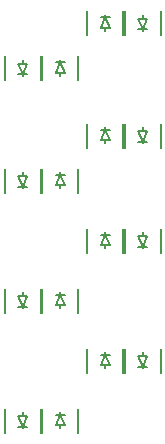
<source format=gbo>
G04 #@! TF.GenerationSoftware,KiCad,Pcbnew,(5.1.5)-3*
G04 #@! TF.CreationDate,2021-08-30T19:38:34+02:00*
G04 #@! TF.ProjectId,gbm8,67626d38-2e6b-4696-9361-645f70636258,0424 - A*
G04 #@! TF.SameCoordinates,Original*
G04 #@! TF.FileFunction,Legend,Bot*
G04 #@! TF.FilePolarity,Positive*
%FSLAX46Y46*%
G04 Gerber Fmt 4.6, Leading zero omitted, Abs format (unit mm)*
G04 Created by KiCad (PCBNEW (5.1.5)-3) date 2021-08-30 19:38:34*
%MOMM*%
%LPD*%
G04 APERTURE LIST*
%ADD10C,0.127000*%
%ADD11C,6.908800*%
%ADD12R,2.159000X2.159000*%
%ADD13C,2.159000*%
%ADD14R,2.506980X2.506980*%
%ADD15C,2.707640*%
%ADD16C,4.008120*%
%ADD17C,4.358640*%
%ADD18R,2.032000X2.032000*%
%ADD19C,2.032000*%
%ADD20C,3.048000*%
G04 APERTURE END LIST*
D10*
X144526000Y-101473000D02*
X143764000Y-101473000D01*
X144145000Y-101854000D02*
X144145000Y-101473000D01*
X144526000Y-100584000D02*
X143764000Y-100584000D01*
X144145000Y-100584000D02*
X144145000Y-100203000D01*
X144145000Y-101473000D02*
X144526000Y-100584000D01*
X143764000Y-100584000D02*
X144145000Y-101473000D01*
X142621000Y-101981000D02*
X142621000Y-99949000D01*
X145669000Y-101981000D02*
X145669000Y-99949000D01*
X145796000Y-99949000D02*
X145796000Y-101981000D01*
X148844000Y-99949000D02*
X148844000Y-101981000D01*
X147701000Y-101346000D02*
X147320000Y-100457000D01*
X147320000Y-100457000D02*
X146939000Y-101346000D01*
X147320000Y-101346000D02*
X147320000Y-101727000D01*
X146939000Y-101346000D02*
X147701000Y-101346000D01*
X147320000Y-100076000D02*
X147320000Y-100457000D01*
X146939000Y-100457000D02*
X147701000Y-100457000D01*
X149606000Y-94869000D02*
X149606000Y-96901000D01*
X152654000Y-94869000D02*
X152654000Y-96901000D01*
X151511000Y-96266000D02*
X151130000Y-95377000D01*
X151130000Y-95377000D02*
X150749000Y-96266000D01*
X151130000Y-96266000D02*
X151130000Y-96647000D01*
X150749000Y-96266000D02*
X151511000Y-96266000D01*
X151130000Y-94996000D02*
X151130000Y-95377000D01*
X150749000Y-95377000D02*
X151511000Y-95377000D01*
X154686000Y-96393000D02*
X153924000Y-96393000D01*
X154305000Y-96774000D02*
X154305000Y-96393000D01*
X154686000Y-95504000D02*
X153924000Y-95504000D01*
X154305000Y-95504000D02*
X154305000Y-95123000D01*
X154305000Y-96393000D02*
X154686000Y-95504000D01*
X153924000Y-95504000D02*
X154305000Y-96393000D01*
X152781000Y-96901000D02*
X152781000Y-94869000D01*
X155829000Y-96901000D02*
X155829000Y-94869000D01*
X144526000Y-91313000D02*
X143764000Y-91313000D01*
X144145000Y-91694000D02*
X144145000Y-91313000D01*
X144526000Y-90424000D02*
X143764000Y-90424000D01*
X144145000Y-90424000D02*
X144145000Y-90043000D01*
X144145000Y-91313000D02*
X144526000Y-90424000D01*
X143764000Y-90424000D02*
X144145000Y-91313000D01*
X142621000Y-91821000D02*
X142621000Y-89789000D01*
X145669000Y-91821000D02*
X145669000Y-89789000D01*
X145796000Y-89789000D02*
X145796000Y-91821000D01*
X148844000Y-89789000D02*
X148844000Y-91821000D01*
X147701000Y-91186000D02*
X147320000Y-90297000D01*
X147320000Y-90297000D02*
X146939000Y-91186000D01*
X147320000Y-91186000D02*
X147320000Y-91567000D01*
X146939000Y-91186000D02*
X147701000Y-91186000D01*
X147320000Y-89916000D02*
X147320000Y-90297000D01*
X146939000Y-90297000D02*
X147701000Y-90297000D01*
X150749000Y-85217000D02*
X151511000Y-85217000D01*
X151130000Y-84836000D02*
X151130000Y-85217000D01*
X150749000Y-86106000D02*
X151511000Y-86106000D01*
X151130000Y-86106000D02*
X151130000Y-86487000D01*
X151130000Y-85217000D02*
X150749000Y-86106000D01*
X151511000Y-86106000D02*
X151130000Y-85217000D01*
X152654000Y-84709000D02*
X152654000Y-86741000D01*
X149606000Y-84709000D02*
X149606000Y-86741000D01*
X154686000Y-86233000D02*
X153924000Y-86233000D01*
X154305000Y-86614000D02*
X154305000Y-86233000D01*
X154686000Y-85344000D02*
X153924000Y-85344000D01*
X154305000Y-85344000D02*
X154305000Y-84963000D01*
X154305000Y-86233000D02*
X154686000Y-85344000D01*
X153924000Y-85344000D02*
X154305000Y-86233000D01*
X152781000Y-86741000D02*
X152781000Y-84709000D01*
X155829000Y-86741000D02*
X155829000Y-84709000D01*
X144526000Y-81153000D02*
X143764000Y-81153000D01*
X144145000Y-81534000D02*
X144145000Y-81153000D01*
X144526000Y-80264000D02*
X143764000Y-80264000D01*
X144145000Y-80264000D02*
X144145000Y-79883000D01*
X144145000Y-81153000D02*
X144526000Y-80264000D01*
X143764000Y-80264000D02*
X144145000Y-81153000D01*
X142621000Y-81661000D02*
X142621000Y-79629000D01*
X145669000Y-81661000D02*
X145669000Y-79629000D01*
X145796000Y-79629000D02*
X145796000Y-81661000D01*
X148844000Y-79629000D02*
X148844000Y-81661000D01*
X147701000Y-81026000D02*
X147320000Y-80137000D01*
X147320000Y-80137000D02*
X146939000Y-81026000D01*
X147320000Y-81026000D02*
X147320000Y-81407000D01*
X146939000Y-81026000D02*
X147701000Y-81026000D01*
X147320000Y-79756000D02*
X147320000Y-80137000D01*
X146939000Y-80137000D02*
X147701000Y-80137000D01*
X149606000Y-75819000D02*
X149606000Y-77851000D01*
X152654000Y-75819000D02*
X152654000Y-77851000D01*
X151511000Y-77216000D02*
X151130000Y-76327000D01*
X151130000Y-76327000D02*
X150749000Y-77216000D01*
X151130000Y-77216000D02*
X151130000Y-77597000D01*
X150749000Y-77216000D02*
X151511000Y-77216000D01*
X151130000Y-75946000D02*
X151130000Y-76327000D01*
X150749000Y-76327000D02*
X151511000Y-76327000D01*
X154686000Y-77343000D02*
X153924000Y-77343000D01*
X154305000Y-77724000D02*
X154305000Y-77343000D01*
X154686000Y-76454000D02*
X153924000Y-76454000D01*
X154305000Y-76454000D02*
X154305000Y-76073000D01*
X154305000Y-77343000D02*
X154686000Y-76454000D01*
X153924000Y-76454000D02*
X154305000Y-77343000D01*
X152781000Y-77851000D02*
X152781000Y-75819000D01*
X155829000Y-77851000D02*
X155829000Y-75819000D01*
X144526000Y-71628000D02*
X143764000Y-71628000D01*
X144145000Y-72009000D02*
X144145000Y-71628000D01*
X144526000Y-70739000D02*
X143764000Y-70739000D01*
X144145000Y-70739000D02*
X144145000Y-70358000D01*
X144145000Y-71628000D02*
X144526000Y-70739000D01*
X143764000Y-70739000D02*
X144145000Y-71628000D01*
X142621000Y-72136000D02*
X142621000Y-70104000D01*
X145669000Y-72136000D02*
X145669000Y-70104000D01*
X145796000Y-70104000D02*
X145796000Y-72136000D01*
X148844000Y-70104000D02*
X148844000Y-72136000D01*
X147701000Y-71501000D02*
X147320000Y-70612000D01*
X147320000Y-70612000D02*
X146939000Y-71501000D01*
X147320000Y-71501000D02*
X147320000Y-71882000D01*
X146939000Y-71501000D02*
X147701000Y-71501000D01*
X147320000Y-70231000D02*
X147320000Y-70612000D01*
X146939000Y-70612000D02*
X147701000Y-70612000D01*
X149606000Y-66294000D02*
X149606000Y-68326000D01*
X152654000Y-66294000D02*
X152654000Y-68326000D01*
X151511000Y-67691000D02*
X151130000Y-66802000D01*
X151130000Y-66802000D02*
X150749000Y-67691000D01*
X151130000Y-67691000D02*
X151130000Y-68072000D01*
X150749000Y-67691000D02*
X151511000Y-67691000D01*
X151130000Y-66421000D02*
X151130000Y-66802000D01*
X150749000Y-66802000D02*
X151511000Y-66802000D01*
X155829000Y-68326000D02*
X155829000Y-66294000D01*
X152781000Y-68326000D02*
X152781000Y-66294000D01*
X153924000Y-66929000D02*
X154305000Y-67818000D01*
X154305000Y-67818000D02*
X154686000Y-66929000D01*
X154305000Y-66929000D02*
X154305000Y-66548000D01*
X154686000Y-66929000D02*
X153924000Y-66929000D01*
X154305000Y-68199000D02*
X154305000Y-67818000D01*
X154686000Y-67818000D02*
X153924000Y-67818000D01*
%LPC*%
D11*
X145288000Y-54864000D03*
X173355000Y-54864000D03*
X145288000Y-146939000D03*
X173355000Y-146939000D03*
D12*
X144272000Y-139954000D03*
D13*
X146812000Y-139954000D03*
D14*
X144145000Y-102963980D03*
X144145000Y-98966020D03*
X147320000Y-102963980D03*
X147320000Y-98966020D03*
X151130000Y-97883980D03*
X151130000Y-93886020D03*
X154305000Y-97883980D03*
X154305000Y-93886020D03*
X144145000Y-92803980D03*
X144145000Y-88806020D03*
X147320000Y-92803980D03*
X147320000Y-88806020D03*
X151130000Y-83726020D03*
X151130000Y-87723980D03*
X154305000Y-87723980D03*
X154305000Y-83726020D03*
X144145000Y-82643980D03*
X144145000Y-78646020D03*
X147320000Y-82643980D03*
X147320000Y-78646020D03*
X151130000Y-78833980D03*
X151130000Y-74836020D03*
X154305000Y-78833980D03*
X154305000Y-74836020D03*
X144145000Y-73118980D03*
X144145000Y-69121020D03*
X147320000Y-73118980D03*
X147320000Y-69121020D03*
X151130000Y-69308980D03*
X151130000Y-65311020D03*
X154305000Y-65311020D03*
X154305000Y-69308980D03*
D15*
X139700000Y-60965080D03*
X139700000Y-140964920D03*
D16*
X134698740Y-143466820D03*
D15*
X137200640Y-63464440D03*
X137198100Y-103464360D03*
X137198100Y-108465620D03*
X137198100Y-118465600D03*
X137198100Y-113464340D03*
X137198100Y-133464300D03*
X137198100Y-138465560D03*
X137198100Y-128465580D03*
X137198100Y-123464320D03*
X137198100Y-83464400D03*
X137198100Y-88465660D03*
X137198100Y-98465640D03*
X137198100Y-93464380D03*
X137198100Y-73464420D03*
X137198100Y-78465680D03*
X137198100Y-68465700D03*
X139700000Y-65966340D03*
X139700000Y-75966320D03*
X139700000Y-70965060D03*
X139700000Y-90965020D03*
X139700000Y-95966280D03*
X139700000Y-85966300D03*
X139700000Y-80965040D03*
X139700000Y-120964960D03*
X139700000Y-125966220D03*
X139700000Y-135966200D03*
X139700000Y-130964940D03*
X139700000Y-110964980D03*
X139700000Y-115966240D03*
X139700000Y-105966260D03*
X139700000Y-100965000D03*
D16*
X134698740Y-58465720D03*
D17*
X166370000Y-130175000D03*
X166370000Y-141605000D03*
D18*
X160020000Y-140017500D03*
D19*
X157480000Y-139382500D03*
X160020000Y-137477500D03*
X157480000Y-136842500D03*
X160020000Y-134937500D03*
X157480000Y-134302500D03*
X160020000Y-132397500D03*
D20*
X163322000Y-128145540D03*
X163322000Y-143634460D03*
D19*
X170428920Y-139979400D03*
X170428920Y-131800600D03*
X170428920Y-142519400D03*
X170428920Y-129260600D03*
X157480000Y-131762500D03*
D18*
X174117000Y-75057000D03*
D19*
X171577000Y-75057000D03*
X174117000Y-72517000D03*
X171577000Y-72517000D03*
X174117000Y-69977000D03*
X171577000Y-69977000D03*
M02*

</source>
